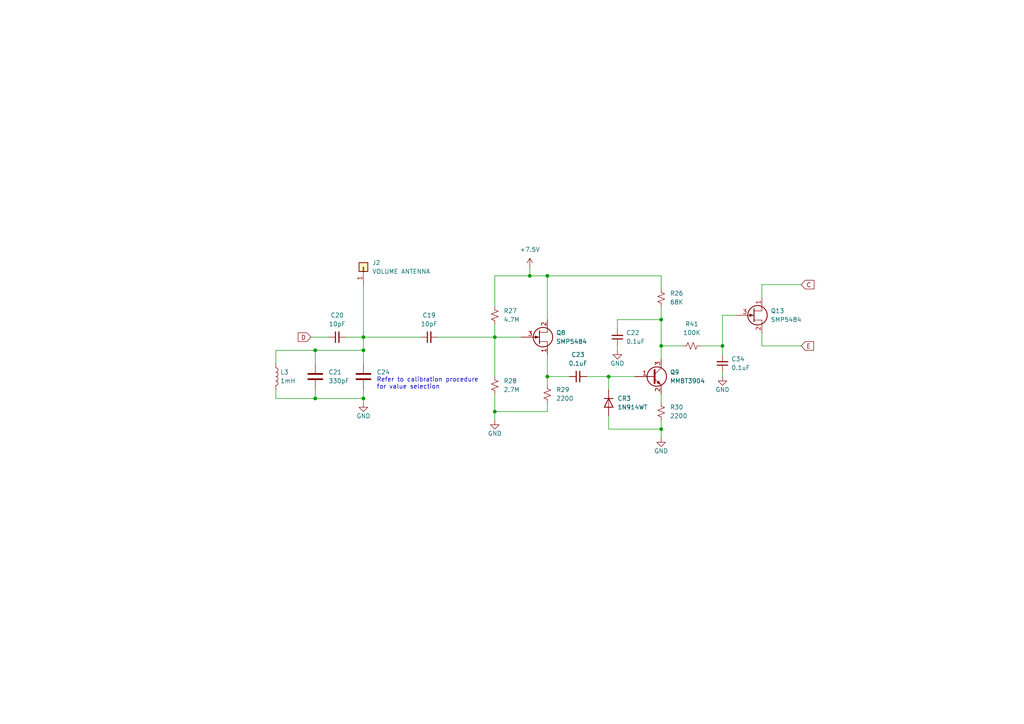
<source format=kicad_sch>
(kicad_sch (version 20211123) (generator eeschema)

  (uuid 9110bc1a-aad0-4878-bdaf-c818670c7ab1)

  (paper "A4")

  (lib_symbols
    (symbol "Connector_Generic:Conn_01x01" (pin_names (offset 1.016) hide) (in_bom yes) (on_board yes)
      (property "Reference" "J" (id 0) (at 0 2.54 0)
        (effects (font (size 1.27 1.27)))
      )
      (property "Value" "Conn_01x01" (id 1) (at 0 -2.54 0)
        (effects (font (size 1.27 1.27)))
      )
      (property "Footprint" "" (id 2) (at 0 0 0)
        (effects (font (size 1.27 1.27)) hide)
      )
      (property "Datasheet" "~" (id 3) (at 0 0 0)
        (effects (font (size 1.27 1.27)) hide)
      )
      (property "ki_keywords" "connector" (id 4) (at 0 0 0)
        (effects (font (size 1.27 1.27)) hide)
      )
      (property "ki_description" "Generic connector, single row, 01x01, script generated (kicad-library-utils/schlib/autogen/connector/)" (id 5) (at 0 0 0)
        (effects (font (size 1.27 1.27)) hide)
      )
      (property "ki_fp_filters" "Connector*:*_1x??_*" (id 6) (at 0 0 0)
        (effects (font (size 1.27 1.27)) hide)
      )
      (symbol "Conn_01x01_1_1"
        (rectangle (start -1.27 0.127) (end 0 -0.127)
          (stroke (width 0.1524) (type default) (color 0 0 0 0))
          (fill (type none))
        )
        (rectangle (start -1.27 1.27) (end 1.27 -1.27)
          (stroke (width 0.254) (type default) (color 0 0 0 0))
          (fill (type background))
        )
        (pin passive line (at -5.08 0 0) (length 3.81)
          (name "Pin_1" (effects (font (size 1.27 1.27))))
          (number "1" (effects (font (size 1.27 1.27))))
        )
      )
    )
    (symbol "Device:C" (pin_numbers hide) (pin_names (offset 0.254)) (in_bom yes) (on_board yes)
      (property "Reference" "C" (id 0) (at 0.635 2.54 0)
        (effects (font (size 1.27 1.27)) (justify left))
      )
      (property "Value" "C" (id 1) (at 0.635 -2.54 0)
        (effects (font (size 1.27 1.27)) (justify left))
      )
      (property "Footprint" "" (id 2) (at 0.9652 -3.81 0)
        (effects (font (size 1.27 1.27)) hide)
      )
      (property "Datasheet" "~" (id 3) (at 0 0 0)
        (effects (font (size 1.27 1.27)) hide)
      )
      (property "ki_keywords" "cap capacitor" (id 4) (at 0 0 0)
        (effects (font (size 1.27 1.27)) hide)
      )
      (property "ki_description" "Unpolarized capacitor" (id 5) (at 0 0 0)
        (effects (font (size 1.27 1.27)) hide)
      )
      (property "ki_fp_filters" "C_*" (id 6) (at 0 0 0)
        (effects (font (size 1.27 1.27)) hide)
      )
      (symbol "C_0_1"
        (polyline
          (pts
            (xy -2.032 -0.762)
            (xy 2.032 -0.762)
          )
          (stroke (width 0.508) (type default) (color 0 0 0 0))
          (fill (type none))
        )
        (polyline
          (pts
            (xy -2.032 0.762)
            (xy 2.032 0.762)
          )
          (stroke (width 0.508) (type default) (color 0 0 0 0))
          (fill (type none))
        )
      )
      (symbol "C_1_1"
        (pin passive line (at 0 3.81 270) (length 2.794)
          (name "~" (effects (font (size 1.27 1.27))))
          (number "1" (effects (font (size 1.27 1.27))))
        )
        (pin passive line (at 0 -3.81 90) (length 2.794)
          (name "~" (effects (font (size 1.27 1.27))))
          (number "2" (effects (font (size 1.27 1.27))))
        )
      )
    )
    (symbol "Device:C_Small" (pin_numbers hide) (pin_names (offset 0.254) hide) (in_bom yes) (on_board yes)
      (property "Reference" "C" (id 0) (at 0.254 1.778 0)
        (effects (font (size 1.27 1.27)) (justify left))
      )
      (property "Value" "C_Small" (id 1) (at 0.254 -2.032 0)
        (effects (font (size 1.27 1.27)) (justify left))
      )
      (property "Footprint" "" (id 2) (at 0 0 0)
        (effects (font (size 1.27 1.27)) hide)
      )
      (property "Datasheet" "~" (id 3) (at 0 0 0)
        (effects (font (size 1.27 1.27)) hide)
      )
      (property "ki_keywords" "capacitor cap" (id 4) (at 0 0 0)
        (effects (font (size 1.27 1.27)) hide)
      )
      (property "ki_description" "Unpolarized capacitor, small symbol" (id 5) (at 0 0 0)
        (effects (font (size 1.27 1.27)) hide)
      )
      (property "ki_fp_filters" "C_*" (id 6) (at 0 0 0)
        (effects (font (size 1.27 1.27)) hide)
      )
      (symbol "C_Small_0_1"
        (polyline
          (pts
            (xy -1.524 -0.508)
            (xy 1.524 -0.508)
          )
          (stroke (width 0.3302) (type default) (color 0 0 0 0))
          (fill (type none))
        )
        (polyline
          (pts
            (xy -1.524 0.508)
            (xy 1.524 0.508)
          )
          (stroke (width 0.3048) (type default) (color 0 0 0 0))
          (fill (type none))
        )
      )
      (symbol "C_Small_1_1"
        (pin passive line (at 0 2.54 270) (length 2.032)
          (name "~" (effects (font (size 1.27 1.27))))
          (number "1" (effects (font (size 1.27 1.27))))
        )
        (pin passive line (at 0 -2.54 90) (length 2.032)
          (name "~" (effects (font (size 1.27 1.27))))
          (number "2" (effects (font (size 1.27 1.27))))
        )
      )
    )
    (symbol "Device:L" (pin_numbers hide) (pin_names (offset 1.016) hide) (in_bom yes) (on_board yes)
      (property "Reference" "L" (id 0) (at -1.27 0 90)
        (effects (font (size 1.27 1.27)))
      )
      (property "Value" "L" (id 1) (at 1.905 0 90)
        (effects (font (size 1.27 1.27)))
      )
      (property "Footprint" "" (id 2) (at 0 0 0)
        (effects (font (size 1.27 1.27)) hide)
      )
      (property "Datasheet" "~" (id 3) (at 0 0 0)
        (effects (font (size 1.27 1.27)) hide)
      )
      (property "ki_keywords" "inductor choke coil reactor magnetic" (id 4) (at 0 0 0)
        (effects (font (size 1.27 1.27)) hide)
      )
      (property "ki_description" "Inductor" (id 5) (at 0 0 0)
        (effects (font (size 1.27 1.27)) hide)
      )
      (property "ki_fp_filters" "Choke_* *Coil* Inductor_* L_*" (id 6) (at 0 0 0)
        (effects (font (size 1.27 1.27)) hide)
      )
      (symbol "L_0_1"
        (arc (start 0 -2.54) (mid 0.635 -1.905) (end 0 -1.27)
          (stroke (width 0) (type default) (color 0 0 0 0))
          (fill (type none))
        )
        (arc (start 0 -1.27) (mid 0.635 -0.635) (end 0 0)
          (stroke (width 0) (type default) (color 0 0 0 0))
          (fill (type none))
        )
        (arc (start 0 0) (mid 0.635 0.635) (end 0 1.27)
          (stroke (width 0) (type default) (color 0 0 0 0))
          (fill (type none))
        )
        (arc (start 0 1.27) (mid 0.635 1.905) (end 0 2.54)
          (stroke (width 0) (type default) (color 0 0 0 0))
          (fill (type none))
        )
      )
      (symbol "L_1_1"
        (pin passive line (at 0 3.81 270) (length 1.27)
          (name "1" (effects (font (size 1.27 1.27))))
          (number "1" (effects (font (size 1.27 1.27))))
        )
        (pin passive line (at 0 -3.81 90) (length 1.27)
          (name "2" (effects (font (size 1.27 1.27))))
          (number "2" (effects (font (size 1.27 1.27))))
        )
      )
    )
    (symbol "Device:Q_NJFET_SDG" (pin_names (offset 0) hide) (in_bom yes) (on_board yes)
      (property "Reference" "Q" (id 0) (at 5.08 1.27 0)
        (effects (font (size 1.27 1.27)) (justify left))
      )
      (property "Value" "Q_NJFET_SDG" (id 1) (at 5.08 -1.27 0)
        (effects (font (size 1.27 1.27)) (justify left))
      )
      (property "Footprint" "" (id 2) (at 5.08 2.54 0)
        (effects (font (size 1.27 1.27)) hide)
      )
      (property "Datasheet" "~" (id 3) (at 0 0 0)
        (effects (font (size 1.27 1.27)) hide)
      )
      (property "ki_keywords" "transistor NJFET N-JFET" (id 4) (at 0 0 0)
        (effects (font (size 1.27 1.27)) hide)
      )
      (property "ki_description" "N-JFET transistor, source/drain/gate" (id 5) (at 0 0 0)
        (effects (font (size 1.27 1.27)) hide)
      )
      (symbol "Q_NJFET_SDG_0_1"
        (polyline
          (pts
            (xy 0.254 1.905)
            (xy 0.254 -1.905)
            (xy 0.254 -1.905)
          )
          (stroke (width 0.254) (type default) (color 0 0 0 0))
          (fill (type none))
        )
        (polyline
          (pts
            (xy 2.54 -2.54)
            (xy 2.54 -1.27)
            (xy 0.254 -1.27)
          )
          (stroke (width 0) (type default) (color 0 0 0 0))
          (fill (type none))
        )
        (polyline
          (pts
            (xy 2.54 2.54)
            (xy 2.54 1.397)
            (xy 0.254 1.397)
          )
          (stroke (width 0) (type default) (color 0 0 0 0))
          (fill (type none))
        )
        (polyline
          (pts
            (xy 0 0)
            (xy -1.016 0.381)
            (xy -1.016 -0.381)
            (xy 0 0)
          )
          (stroke (width 0) (type default) (color 0 0 0 0))
          (fill (type outline))
        )
        (circle (center 1.27 0) (radius 2.8194)
          (stroke (width 0.254) (type default) (color 0 0 0 0))
          (fill (type none))
        )
      )
      (symbol "Q_NJFET_SDG_1_1"
        (pin passive line (at 2.54 -5.08 90) (length 2.54)
          (name "S" (effects (font (size 1.27 1.27))))
          (number "1" (effects (font (size 1.27 1.27))))
        )
        (pin passive line (at 2.54 5.08 270) (length 2.54)
          (name "D" (effects (font (size 1.27 1.27))))
          (number "2" (effects (font (size 1.27 1.27))))
        )
        (pin input line (at -5.08 0 0) (length 5.334)
          (name "G" (effects (font (size 1.27 1.27))))
          (number "3" (effects (font (size 1.27 1.27))))
        )
      )
    )
    (symbol "Device:R_Small_US" (pin_numbers hide) (pin_names (offset 0.254) hide) (in_bom yes) (on_board yes)
      (property "Reference" "R" (id 0) (at 0.762 0.508 0)
        (effects (font (size 1.27 1.27)) (justify left))
      )
      (property "Value" "R_Small_US" (id 1) (at 0.762 -1.016 0)
        (effects (font (size 1.27 1.27)) (justify left))
      )
      (property "Footprint" "" (id 2) (at 0 0 0)
        (effects (font (size 1.27 1.27)) hide)
      )
      (property "Datasheet" "~" (id 3) (at 0 0 0)
        (effects (font (size 1.27 1.27)) hide)
      )
      (property "ki_keywords" "r resistor" (id 4) (at 0 0 0)
        (effects (font (size 1.27 1.27)) hide)
      )
      (property "ki_description" "Resistor, small US symbol" (id 5) (at 0 0 0)
        (effects (font (size 1.27 1.27)) hide)
      )
      (property "ki_fp_filters" "R_*" (id 6) (at 0 0 0)
        (effects (font (size 1.27 1.27)) hide)
      )
      (symbol "R_Small_US_1_1"
        (polyline
          (pts
            (xy 0 0)
            (xy 1.016 -0.381)
            (xy 0 -0.762)
            (xy -1.016 -1.143)
            (xy 0 -1.524)
          )
          (stroke (width 0) (type default) (color 0 0 0 0))
          (fill (type none))
        )
        (polyline
          (pts
            (xy 0 1.524)
            (xy 1.016 1.143)
            (xy 0 0.762)
            (xy -1.016 0.381)
            (xy 0 0)
          )
          (stroke (width 0) (type default) (color 0 0 0 0))
          (fill (type none))
        )
        (pin passive line (at 0 2.54 270) (length 1.016)
          (name "~" (effects (font (size 1.27 1.27))))
          (number "1" (effects (font (size 1.27 1.27))))
        )
        (pin passive line (at 0 -2.54 90) (length 1.016)
          (name "~" (effects (font (size 1.27 1.27))))
          (number "2" (effects (font (size 1.27 1.27))))
        )
      )
    )
    (symbol "Diode:1N914WT" (pin_numbers hide) (pin_names hide) (in_bom yes) (on_board yes)
      (property "Reference" "D" (id 0) (at 0 2.54 0)
        (effects (font (size 1.27 1.27)))
      )
      (property "Value" "1N914WT" (id 1) (at 0 -2.54 0)
        (effects (font (size 1.27 1.27)))
      )
      (property "Footprint" "Diode_SMD:D_SOD-523" (id 2) (at 0 -4.445 0)
        (effects (font (size 1.27 1.27)) hide)
      )
      (property "Datasheet" "http://www.mouser.com/ds/2/149/1N4148WT-461550.pdf" (id 3) (at 0 0 0)
        (effects (font (size 1.27 1.27)) hide)
      )
      (property "ki_keywords" "diode" (id 4) (at 0 0 0)
        (effects (font (size 1.27 1.27)) hide)
      )
      (property "ki_description" "75V 0.15A Fast switching Diode, SOD-523" (id 5) (at 0 0 0)
        (effects (font (size 1.27 1.27)) hide)
      )
      (property "ki_fp_filters" "D*SOD?523*" (id 6) (at 0 0 0)
        (effects (font (size 1.27 1.27)) hide)
      )
      (symbol "1N914WT_0_1"
        (polyline
          (pts
            (xy -1.27 1.27)
            (xy -1.27 -1.27)
          )
          (stroke (width 0.254) (type default) (color 0 0 0 0))
          (fill (type none))
        )
        (polyline
          (pts
            (xy 1.27 0)
            (xy -1.27 0)
          )
          (stroke (width 0) (type default) (color 0 0 0 0))
          (fill (type none))
        )
        (polyline
          (pts
            (xy 1.27 1.27)
            (xy 1.27 -1.27)
            (xy -1.27 0)
            (xy 1.27 1.27)
          )
          (stroke (width 0.254) (type default) (color 0 0 0 0))
          (fill (type none))
        )
      )
      (symbol "1N914WT_1_1"
        (pin passive line (at -3.81 0 0) (length 2.54)
          (name "K" (effects (font (size 1.27 1.27))))
          (number "1" (effects (font (size 1.27 1.27))))
        )
        (pin passive line (at 3.81 0 180) (length 2.54)
          (name "A" (effects (font (size 1.27 1.27))))
          (number "2" (effects (font (size 1.27 1.27))))
        )
      )
    )
    (symbol "Transistor_BJT:MMBT3904" (pin_names (offset 0) hide) (in_bom yes) (on_board yes)
      (property "Reference" "Q" (id 0) (at 5.08 1.905 0)
        (effects (font (size 1.27 1.27)) (justify left))
      )
      (property "Value" "MMBT3904" (id 1) (at 5.08 0 0)
        (effects (font (size 1.27 1.27)) (justify left))
      )
      (property "Footprint" "Package_TO_SOT_SMD:SOT-23" (id 2) (at 5.08 -1.905 0)
        (effects (font (size 1.27 1.27) italic) (justify left) hide)
      )
      (property "Datasheet" "https://www.onsemi.com/pub/Collateral/2N3903-D.PDF" (id 3) (at 0 0 0)
        (effects (font (size 1.27 1.27)) (justify left) hide)
      )
      (property "ki_keywords" "NPN Transistor" (id 4) (at 0 0 0)
        (effects (font (size 1.27 1.27)) hide)
      )
      (property "ki_description" "0.2A Ic, 40V Vce, Small Signal NPN Transistor, SOT-23" (id 5) (at 0 0 0)
        (effects (font (size 1.27 1.27)) hide)
      )
      (property "ki_fp_filters" "SOT?23*" (id 6) (at 0 0 0)
        (effects (font (size 1.27 1.27)) hide)
      )
      (symbol "MMBT3904_0_1"
        (polyline
          (pts
            (xy 0.635 0.635)
            (xy 2.54 2.54)
          )
          (stroke (width 0) (type default) (color 0 0 0 0))
          (fill (type none))
        )
        (polyline
          (pts
            (xy 0.635 -0.635)
            (xy 2.54 -2.54)
            (xy 2.54 -2.54)
          )
          (stroke (width 0) (type default) (color 0 0 0 0))
          (fill (type none))
        )
        (polyline
          (pts
            (xy 0.635 1.905)
            (xy 0.635 -1.905)
            (xy 0.635 -1.905)
          )
          (stroke (width 0.508) (type default) (color 0 0 0 0))
          (fill (type none))
        )
        (polyline
          (pts
            (xy 1.27 -1.778)
            (xy 1.778 -1.27)
            (xy 2.286 -2.286)
            (xy 1.27 -1.778)
            (xy 1.27 -1.778)
          )
          (stroke (width 0) (type default) (color 0 0 0 0))
          (fill (type outline))
        )
        (circle (center 1.27 0) (radius 2.8194)
          (stroke (width 0.254) (type default) (color 0 0 0 0))
          (fill (type none))
        )
      )
      (symbol "MMBT3904_1_1"
        (pin input line (at -5.08 0 0) (length 5.715)
          (name "B" (effects (font (size 1.27 1.27))))
          (number "1" (effects (font (size 1.27 1.27))))
        )
        (pin passive line (at 2.54 -5.08 90) (length 2.54)
          (name "E" (effects (font (size 1.27 1.27))))
          (number "2" (effects (font (size 1.27 1.27))))
        )
        (pin passive line (at 2.54 5.08 270) (length 2.54)
          (name "C" (effects (font (size 1.27 1.27))))
          (number "3" (effects (font (size 1.27 1.27))))
        )
      )
    )
    (symbol "power:+7.5V" (power) (pin_names (offset 0)) (in_bom yes) (on_board yes)
      (property "Reference" "#PWR" (id 0) (at 0 -3.81 0)
        (effects (font (size 1.27 1.27)) hide)
      )
      (property "Value" "+7.5V" (id 1) (at 0 3.556 0)
        (effects (font (size 1.27 1.27)))
      )
      (property "Footprint" "" (id 2) (at 0 0 0)
        (effects (font (size 1.27 1.27)) hide)
      )
      (property "Datasheet" "" (id 3) (at 0 0 0)
        (effects (font (size 1.27 1.27)) hide)
      )
      (property "ki_keywords" "power-flag" (id 4) (at 0 0 0)
        (effects (font (size 1.27 1.27)) hide)
      )
      (property "ki_description" "Power symbol creates a global label with name \"+7.5V\"" (id 5) (at 0 0 0)
        (effects (font (size 1.27 1.27)) hide)
      )
      (symbol "+7.5V_0_1"
        (polyline
          (pts
            (xy -0.762 1.27)
            (xy 0 2.54)
          )
          (stroke (width 0) (type default) (color 0 0 0 0))
          (fill (type none))
        )
        (polyline
          (pts
            (xy 0 0)
            (xy 0 2.54)
          )
          (stroke (width 0) (type default) (color 0 0 0 0))
          (fill (type none))
        )
        (polyline
          (pts
            (xy 0 2.54)
            (xy 0.762 1.27)
          )
          (stroke (width 0) (type default) (color 0 0 0 0))
          (fill (type none))
        )
      )
      (symbol "+7.5V_1_1"
        (pin power_in line (at 0 0 90) (length 0) hide
          (name "+7.5V" (effects (font (size 1.27 1.27))))
          (number "1" (effects (font (size 1.27 1.27))))
        )
      )
    )
    (symbol "power:GND" (power) (pin_names (offset 0)) (in_bom yes) (on_board yes)
      (property "Reference" "#PWR" (id 0) (at 0 -6.35 0)
        (effects (font (size 1.27 1.27)) hide)
      )
      (property "Value" "GND" (id 1) (at 0 -3.81 0)
        (effects (font (size 1.27 1.27)))
      )
      (property "Footprint" "" (id 2) (at 0 0 0)
        (effects (font (size 1.27 1.27)) hide)
      )
      (property "Datasheet" "" (id 3) (at 0 0 0)
        (effects (font (size 1.27 1.27)) hide)
      )
      (property "ki_keywords" "power-flag" (id 4) (at 0 0 0)
        (effects (font (size 1.27 1.27)) hide)
      )
      (property "ki_description" "Power symbol creates a global label with name \"GND\" , ground" (id 5) (at 0 0 0)
        (effects (font (size 1.27 1.27)) hide)
      )
      (symbol "GND_0_1"
        (polyline
          (pts
            (xy 0 0)
            (xy 0 -1.27)
            (xy 1.27 -1.27)
            (xy 0 -2.54)
            (xy -1.27 -1.27)
            (xy 0 -1.27)
          )
          (stroke (width 0) (type default) (color 0 0 0 0))
          (fill (type none))
        )
      )
      (symbol "GND_1_1"
        (pin power_in line (at 0 0 270) (length 0) hide
          (name "GND" (effects (font (size 1.27 1.27))))
          (number "1" (effects (font (size 1.27 1.27))))
        )
      )
    )
  )

  (junction (at 143.51 119.38) (diameter 0) (color 0 0 0 0)
    (uuid 1389fe80-ba3c-43a7-95ce-a42ce1d87ec8)
  )
  (junction (at 143.51 97.79) (diameter 0) (color 0 0 0 0)
    (uuid 1ce410b0-95ea-457a-bfe9-2c348fa7cf1d)
  )
  (junction (at 158.75 109.22) (diameter 0) (color 0 0 0 0)
    (uuid 667171e6-4afc-43b0-a285-a5969a51e912)
  )
  (junction (at 158.75 80.01) (diameter 0) (color 0 0 0 0)
    (uuid 6cb56f40-57bc-4e60-b874-ebf30b424cd5)
  )
  (junction (at 209.55 100.33) (diameter 0) (color 0 0 0 0)
    (uuid 792f0566-488c-4440-91e2-298731ce7e64)
  )
  (junction (at 91.44 115.57) (diameter 0) (color 0 0 0 0)
    (uuid 8478c485-ce61-4f33-a35e-cabe50a2d89d)
  )
  (junction (at 105.41 115.57) (diameter 0) (color 0 0 0 0)
    (uuid a1ce3031-c6ee-4643-a48d-704b124b2c15)
  )
  (junction (at 153.67 80.01) (diameter 0) (color 0 0 0 0)
    (uuid b42746d0-c77c-4c05-810f-223c8daee522)
  )
  (junction (at 105.41 101.6) (diameter 0) (color 0 0 0 0)
    (uuid b6e2e59e-5651-46f5-9077-c401d8d0bef9)
  )
  (junction (at 191.77 124.46) (diameter 0) (color 0 0 0 0)
    (uuid bbe0bad4-0956-4e84-817e-4f8ee5f57ddd)
  )
  (junction (at 91.44 101.6) (diameter 0) (color 0 0 0 0)
    (uuid bce7d3d4-62bc-4e4f-a640-ce7d45001d7a)
  )
  (junction (at 191.77 100.33) (diameter 0) (color 0 0 0 0)
    (uuid bd6248e8-fef7-4c0b-8f89-924bab92dc3c)
  )
  (junction (at 176.53 109.22) (diameter 0) (color 0 0 0 0)
    (uuid ed0d7ade-c283-4b69-a394-85daba5a9722)
  )
  (junction (at 191.77 92.71) (diameter 0) (color 0 0 0 0)
    (uuid f2c99f38-be0c-40aa-a2f3-ddc839e92a1a)
  )
  (junction (at 105.41 97.79) (diameter 0) (color 0 0 0 0)
    (uuid fe18c94c-e74c-4a59-8d0d-d42879ec82eb)
  )

  (wire (pts (xy 158.75 80.01) (xy 158.75 92.71))
    (stroke (width 0) (type default) (color 0 0 0 0))
    (uuid 03958d3d-cc9c-4175-a36d-5b794da7f08d)
  )
  (wire (pts (xy 191.77 114.3) (xy 191.77 116.84))
    (stroke (width 0) (type default) (color 0 0 0 0))
    (uuid 081efa14-baca-4b1c-a711-caef55135766)
  )
  (wire (pts (xy 80.01 101.6) (xy 91.44 101.6))
    (stroke (width 0) (type default) (color 0 0 0 0))
    (uuid 0d0d55a9-ae2a-4782-a03d-f359eebd258f)
  )
  (wire (pts (xy 143.51 88.9) (xy 143.51 80.01))
    (stroke (width 0) (type default) (color 0 0 0 0))
    (uuid 0d2e2f60-ce7d-4b58-b276-50f5d4bcab45)
  )
  (wire (pts (xy 179.07 95.25) (xy 179.07 92.71))
    (stroke (width 0) (type default) (color 0 0 0 0))
    (uuid 0daac259-36d3-475f-9295-a447b511a4bd)
  )
  (wire (pts (xy 158.75 109.22) (xy 165.1 109.22))
    (stroke (width 0) (type default) (color 0 0 0 0))
    (uuid 18d28465-5e67-4859-9b8f-40c1d950f424)
  )
  (wire (pts (xy 176.53 109.22) (xy 170.18 109.22))
    (stroke (width 0) (type default) (color 0 0 0 0))
    (uuid 1bdb9d14-eb29-43a7-8ac9-45e6cb1d48f2)
  )
  (wire (pts (xy 220.98 86.36) (xy 220.98 82.55))
    (stroke (width 0) (type default) (color 0 0 0 0))
    (uuid 1da63884-4122-4d44-a1cb-ab794e6c3485)
  )
  (wire (pts (xy 80.01 105.41) (xy 80.01 101.6))
    (stroke (width 0) (type default) (color 0 0 0 0))
    (uuid 29735aba-b51c-41e1-8ab0-a1ed40dd5922)
  )
  (wire (pts (xy 100.33 97.79) (xy 105.41 97.79))
    (stroke (width 0) (type default) (color 0 0 0 0))
    (uuid 2ef69ddc-7878-4b7d-8cb6-b9b42c824413)
  )
  (wire (pts (xy 80.01 115.57) (xy 91.44 115.57))
    (stroke (width 0) (type default) (color 0 0 0 0))
    (uuid 2f21e11d-7817-4ba4-8264-bdd5784d436f)
  )
  (wire (pts (xy 198.12 100.33) (xy 191.77 100.33))
    (stroke (width 0) (type default) (color 0 0 0 0))
    (uuid 37f8d1d7-0582-481d-8f59-3d128f952d28)
  )
  (wire (pts (xy 209.55 102.87) (xy 209.55 100.33))
    (stroke (width 0) (type default) (color 0 0 0 0))
    (uuid 3c838956-e4f7-4a35-810f-ff2fb6c9236d)
  )
  (wire (pts (xy 220.98 100.33) (xy 232.41 100.33))
    (stroke (width 0) (type default) (color 0 0 0 0))
    (uuid 433af907-ff8e-4983-a551-51a1fe5e5a44)
  )
  (wire (pts (xy 105.41 116.84) (xy 105.41 115.57))
    (stroke (width 0) (type default) (color 0 0 0 0))
    (uuid 4c811d93-6be7-4206-8d03-b3503c8f4417)
  )
  (wire (pts (xy 105.41 82.55) (xy 105.41 97.79))
    (stroke (width 0) (type default) (color 0 0 0 0))
    (uuid 5023ab9b-ef77-4646-95d0-9c90dfba129e)
  )
  (wire (pts (xy 158.75 116.84) (xy 158.75 119.38))
    (stroke (width 0) (type default) (color 0 0 0 0))
    (uuid 50e9d6d0-0c43-4b21-88fa-68e1068869cb)
  )
  (wire (pts (xy 176.53 120.65) (xy 176.53 124.46))
    (stroke (width 0) (type default) (color 0 0 0 0))
    (uuid 5298cb36-46d3-41a9-8842-3ce7bef88897)
  )
  (wire (pts (xy 176.53 109.22) (xy 184.15 109.22))
    (stroke (width 0) (type default) (color 0 0 0 0))
    (uuid 5804441f-f258-4a3b-907a-6db83c622ec2)
  )
  (wire (pts (xy 191.77 83.82) (xy 191.77 80.01))
    (stroke (width 0) (type default) (color 0 0 0 0))
    (uuid 5a002048-e004-4b98-b310-c4f25904d046)
  )
  (wire (pts (xy 105.41 101.6) (xy 105.41 105.41))
    (stroke (width 0) (type default) (color 0 0 0 0))
    (uuid 5d24954b-e667-4f67-82d5-ab4590149bac)
  )
  (wire (pts (xy 191.77 92.71) (xy 191.77 100.33))
    (stroke (width 0) (type default) (color 0 0 0 0))
    (uuid 5f50ee6e-4289-4902-ac03-b695ba22a7dd)
  )
  (wire (pts (xy 179.07 100.33) (xy 179.07 101.6))
    (stroke (width 0) (type default) (color 0 0 0 0))
    (uuid 62f07b26-01df-455f-a2f5-ca0992e04860)
  )
  (wire (pts (xy 191.77 121.92) (xy 191.77 124.46))
    (stroke (width 0) (type default) (color 0 0 0 0))
    (uuid 6ccc4def-bc73-4d2d-a4a8-76592a7496c4)
  )
  (wire (pts (xy 176.53 113.03) (xy 176.53 109.22))
    (stroke (width 0) (type default) (color 0 0 0 0))
    (uuid 7687189b-8364-4480-a522-2920cc77140a)
  )
  (wire (pts (xy 191.77 124.46) (xy 191.77 127))
    (stroke (width 0) (type default) (color 0 0 0 0))
    (uuid 84ef980f-ddba-4a8b-a5ca-dd5f587a7f29)
  )
  (wire (pts (xy 158.75 109.22) (xy 158.75 111.76))
    (stroke (width 0) (type default) (color 0 0 0 0))
    (uuid 86b446bf-5bdc-44e7-82ee-7f18cda73de7)
  )
  (wire (pts (xy 158.75 119.38) (xy 143.51 119.38))
    (stroke (width 0) (type default) (color 0 0 0 0))
    (uuid 89e8c63b-76f5-4cc1-96a5-9e13df9a0ac4)
  )
  (wire (pts (xy 80.01 115.57) (xy 80.01 113.03))
    (stroke (width 0) (type default) (color 0 0 0 0))
    (uuid 8a2954dc-9290-4e0f-af05-94cab1ed5215)
  )
  (wire (pts (xy 143.51 97.79) (xy 143.51 109.22))
    (stroke (width 0) (type default) (color 0 0 0 0))
    (uuid 90874b9d-40e3-4662-b061-1cc3da1cc3f0)
  )
  (wire (pts (xy 105.41 97.79) (xy 105.41 101.6))
    (stroke (width 0) (type default) (color 0 0 0 0))
    (uuid 90f3aa55-cdfa-4a1f-b4b3-73bad757b983)
  )
  (wire (pts (xy 191.77 88.9) (xy 191.77 92.71))
    (stroke (width 0) (type default) (color 0 0 0 0))
    (uuid 9d23f7b0-b9f6-48e0-b4a0-f095c2c91616)
  )
  (wire (pts (xy 179.07 92.71) (xy 191.77 92.71))
    (stroke (width 0) (type default) (color 0 0 0 0))
    (uuid a072f270-ba17-414e-99c9-f1cd8f9e36ce)
  )
  (wire (pts (xy 220.98 82.55) (xy 232.41 82.55))
    (stroke (width 0) (type default) (color 0 0 0 0))
    (uuid a1c5d07b-36a1-4f67-8cc8-48776aef2e52)
  )
  (wire (pts (xy 158.75 102.87) (xy 158.75 109.22))
    (stroke (width 0) (type default) (color 0 0 0 0))
    (uuid a3b54948-e8e6-4cad-be42-b8f2755d8241)
  )
  (wire (pts (xy 209.55 91.44) (xy 213.36 91.44))
    (stroke (width 0) (type default) (color 0 0 0 0))
    (uuid a73f09b7-89de-4d5d-8def-4990f0475634)
  )
  (wire (pts (xy 127 97.79) (xy 143.51 97.79))
    (stroke (width 0) (type default) (color 0 0 0 0))
    (uuid a7a19799-ff1b-419b-92bd-1a6b69ecd65e)
  )
  (wire (pts (xy 143.51 97.79) (xy 151.13 97.79))
    (stroke (width 0) (type default) (color 0 0 0 0))
    (uuid b0459584-d5be-43b6-a23f-dfc32d44cb9c)
  )
  (wire (pts (xy 153.67 80.01) (xy 158.75 80.01))
    (stroke (width 0) (type default) (color 0 0 0 0))
    (uuid b07abd31-7492-4ef5-9a22-abc61ca6b629)
  )
  (wire (pts (xy 143.51 80.01) (xy 153.67 80.01))
    (stroke (width 0) (type default) (color 0 0 0 0))
    (uuid b1892ffc-6a28-4f6e-9ac3-ea812a8c29a8)
  )
  (wire (pts (xy 153.67 77.47) (xy 153.67 80.01))
    (stroke (width 0) (type default) (color 0 0 0 0))
    (uuid b6470f8b-9838-48a0-a0a7-f3bdf39a414b)
  )
  (wire (pts (xy 91.44 113.03) (xy 91.44 115.57))
    (stroke (width 0) (type default) (color 0 0 0 0))
    (uuid b6594a70-d163-491c-8970-f1db52058863)
  )
  (wire (pts (xy 91.44 101.6) (xy 105.41 101.6))
    (stroke (width 0) (type default) (color 0 0 0 0))
    (uuid b7794f78-a9c1-4f85-b594-81c3116740f3)
  )
  (wire (pts (xy 105.41 97.79) (xy 121.92 97.79))
    (stroke (width 0) (type default) (color 0 0 0 0))
    (uuid b78d95f9-5fd5-4adb-80b6-af377bfc3cf6)
  )
  (wire (pts (xy 90.17 97.79) (xy 95.25 97.79))
    (stroke (width 0) (type default) (color 0 0 0 0))
    (uuid b8b6ff43-d38f-425d-92b8-754ba1470748)
  )
  (wire (pts (xy 191.77 80.01) (xy 158.75 80.01))
    (stroke (width 0) (type default) (color 0 0 0 0))
    (uuid c9fb0f8e-2b55-4081-9875-0bcd42f50904)
  )
  (wire (pts (xy 105.41 113.03) (xy 105.41 115.57))
    (stroke (width 0) (type default) (color 0 0 0 0))
    (uuid cb276288-a5f8-468b-9d9d-5dae9ab1b1c0)
  )
  (wire (pts (xy 143.51 97.79) (xy 143.51 93.98))
    (stroke (width 0) (type default) (color 0 0 0 0))
    (uuid d0aed297-1050-4071-89a7-0b83b109cf01)
  )
  (wire (pts (xy 176.53 124.46) (xy 191.77 124.46))
    (stroke (width 0) (type default) (color 0 0 0 0))
    (uuid d51b0ae6-eb24-4549-9a5b-4b544a46502f)
  )
  (wire (pts (xy 209.55 100.33) (xy 209.55 91.44))
    (stroke (width 0) (type default) (color 0 0 0 0))
    (uuid dff05546-4190-47e8-b523-7b57c290ebe0)
  )
  (wire (pts (xy 209.55 107.95) (xy 209.55 109.22))
    (stroke (width 0) (type default) (color 0 0 0 0))
    (uuid e32f65ff-7a77-4c66-8582-aee61ad4eac4)
  )
  (wire (pts (xy 91.44 115.57) (xy 105.41 115.57))
    (stroke (width 0) (type default) (color 0 0 0 0))
    (uuid e645a3db-3bb1-4f46-963c-b269484f8c3e)
  )
  (wire (pts (xy 203.2 100.33) (xy 209.55 100.33))
    (stroke (width 0) (type default) (color 0 0 0 0))
    (uuid ed28f6ef-6e12-487a-93d8-81ee5cb0cd85)
  )
  (wire (pts (xy 220.98 96.52) (xy 220.98 100.33))
    (stroke (width 0) (type default) (color 0 0 0 0))
    (uuid eea7ce70-02cf-4ef2-9794-eaa10a021afa)
  )
  (wire (pts (xy 143.51 114.3) (xy 143.51 119.38))
    (stroke (width 0) (type default) (color 0 0 0 0))
    (uuid f111df0b-ff88-4459-bbe7-de29b2e6c735)
  )
  (wire (pts (xy 191.77 100.33) (xy 191.77 104.14))
    (stroke (width 0) (type default) (color 0 0 0 0))
    (uuid f16e960a-694f-4453-90ac-463209a6b523)
  )
  (wire (pts (xy 91.44 105.41) (xy 91.44 101.6))
    (stroke (width 0) (type default) (color 0 0 0 0))
    (uuid f6256c21-cc30-4f29-b45c-8cf8f94f1753)
  )
  (wire (pts (xy 143.51 119.38) (xy 143.51 121.92))
    (stroke (width 0) (type default) (color 0 0 0 0))
    (uuid fa9e07e5-1556-46b9-b84c-ba08b5b08572)
  )

  (text "Refer to calibration procedure\nfor value selection"
    (at 109.22 113.03 0)
    (effects (font (size 1.27 1.27)) (justify left bottom))
    (uuid a085686c-3785-435c-aead-8cb8a26318b6)
  )

  (global_label "D" (shape input) (at 90.17 97.79 180) (fields_autoplaced)
    (effects (font (size 1.27 1.27)) (justify right))
    (uuid 9723653f-d037-4fc7-a506-a73ece7d2a29)
    (property "Intersheet References" "${INTERSHEET_REFS}" (id 0) (at 86.4869 97.7106 0)
      (effects (font (size 1.27 1.27)) (justify right) hide)
    )
  )
  (global_label "C" (shape input) (at 232.41 82.55 0) (fields_autoplaced)
    (effects (font (size 1.27 1.27)) (justify left))
    (uuid f3d042cb-1bfc-47bf-ab8b-9bab3d7e2ac4)
    (property "Intersheet References" "${INTERSHEET_REFS}" (id 0) (at 236.0931 82.4706 0)
      (effects (font (size 1.27 1.27)) (justify left) hide)
    )
  )
  (global_label "E" (shape input) (at 232.41 100.33 0) (fields_autoplaced)
    (effects (font (size 1.27 1.27)) (justify left))
    (uuid f851e18a-02b1-429e-afde-5f83874a3a16)
    (property "Intersheet References" "${INTERSHEET_REFS}" (id 0) (at 235.9721 100.2506 0)
      (effects (font (size 1.27 1.27)) (justify left) hide)
    )
  )

  (symbol (lib_id "power:GND") (at 209.55 109.22 0) (unit 1)
    (in_bom yes) (on_board yes)
    (uuid 16bba4d9-a445-40ea-b43d-2d22da654756)
    (property "Reference" "#PWR0127" (id 0) (at 209.55 115.57 0)
      (effects (font (size 1.27 1.27)) hide)
    )
    (property "Value" "GND" (id 1) (at 209.55 113.03 0))
    (property "Footprint" "" (id 2) (at 209.55 109.22 0)
      (effects (font (size 1.27 1.27)) hide)
    )
    (property "Datasheet" "" (id 3) (at 209.55 109.22 0)
      (effects (font (size 1.27 1.27)) hide)
    )
    (pin "1" (uuid af347adb-13f1-4e79-b4a6-7a6f58038770))
  )

  (symbol (lib_id "Device:R_Small_US") (at 191.77 86.36 0) (unit 1)
    (in_bom yes) (on_board yes) (fields_autoplaced)
    (uuid 1ccc0080-5587-4ca1-ab95-ef20ada53d94)
    (property "Reference" "R26" (id 0) (at 194.31 85.0899 0)
      (effects (font (size 1.27 1.27)) (justify left))
    )
    (property "Value" "68K" (id 1) (at 194.31 87.6299 0)
      (effects (font (size 1.27 1.27)) (justify left))
    )
    (property "Footprint" "Resistor_SMD:R_0603_1608Metric" (id 2) (at 191.77 86.36 0)
      (effects (font (size 1.27 1.27)) hide)
    )
    (property "Datasheet" "~" (id 3) (at 191.77 86.36 0)
      (effects (font (size 1.27 1.27)) hide)
    )
    (pin "1" (uuid 8c68ded5-53f8-429c-9980-80f6dfbc79fd))
    (pin "2" (uuid 0a88fcea-c345-405b-ba41-42a144df92f9))
  )

  (symbol (lib_id "Device:C_Small") (at 124.46 97.79 90) (unit 1)
    (in_bom yes) (on_board yes) (fields_autoplaced)
    (uuid 22fba55d-3087-4313-9465-2e619094d688)
    (property "Reference" "C19" (id 0) (at 124.4663 91.44 90))
    (property "Value" "10pF" (id 1) (at 124.4663 93.98 90))
    (property "Footprint" "Capacitor_SMD:C_0603_1608Metric" (id 2) (at 124.46 97.79 0)
      (effects (font (size 1.27 1.27)) hide)
    )
    (property "Datasheet" "~" (id 3) (at 124.46 97.79 0)
      (effects (font (size 1.27 1.27)) hide)
    )
    (pin "1" (uuid 2dd181ff-22b1-41c1-b70b-994128e78699))
    (pin "2" (uuid 418be25c-9d84-492a-9786-831837968c64))
  )

  (symbol (lib_id "power:GND") (at 105.41 116.84 0) (unit 1)
    (in_bom yes) (on_board yes)
    (uuid 2a6fd31e-c4ce-4ad2-b6bf-a5e2a69e2f2d)
    (property "Reference" "#PWR0122" (id 0) (at 105.41 123.19 0)
      (effects (font (size 1.27 1.27)) hide)
    )
    (property "Value" "GND" (id 1) (at 105.41 120.65 0))
    (property "Footprint" "" (id 2) (at 105.41 116.84 0)
      (effects (font (size 1.27 1.27)) hide)
    )
    (property "Datasheet" "" (id 3) (at 105.41 116.84 0)
      (effects (font (size 1.27 1.27)) hide)
    )
    (pin "1" (uuid 77fac417-8508-4707-8ef4-3c6e13ba3393))
  )

  (symbol (lib_id "Device:R_Small_US") (at 143.51 91.44 0) (unit 1)
    (in_bom yes) (on_board yes) (fields_autoplaced)
    (uuid 2b9de2f1-84a4-4da4-a0d0-8b53f2c73e25)
    (property "Reference" "R27" (id 0) (at 146.05 90.1699 0)
      (effects (font (size 1.27 1.27)) (justify left))
    )
    (property "Value" "4.7M" (id 1) (at 146.05 92.7099 0)
      (effects (font (size 1.27 1.27)) (justify left))
    )
    (property "Footprint" "Resistor_SMD:R_0603_1608Metric" (id 2) (at 143.51 91.44 0)
      (effects (font (size 1.27 1.27)) hide)
    )
    (property "Datasheet" "~" (id 3) (at 143.51 91.44 0)
      (effects (font (size 1.27 1.27)) hide)
    )
    (pin "1" (uuid 431452bc-00ce-44ed-80ff-7d6d363b713f))
    (pin "2" (uuid 5d41f489-db1a-4ac2-8c15-e1a0cb86a1cc))
  )

  (symbol (lib_id "Device:C_Small") (at 179.07 97.79 180) (unit 1)
    (in_bom yes) (on_board yes) (fields_autoplaced)
    (uuid 5536ddac-557d-41bc-a92f-036fe0b25759)
    (property "Reference" "C22" (id 0) (at 181.61 96.5135 0)
      (effects (font (size 1.27 1.27)) (justify right))
    )
    (property "Value" "0.1uF" (id 1) (at 181.61 99.0535 0)
      (effects (font (size 1.27 1.27)) (justify right))
    )
    (property "Footprint" "Capacitor_SMD:C_0603_1608Metric" (id 2) (at 179.07 97.79 0)
      (effects (font (size 1.27 1.27)) hide)
    )
    (property "Datasheet" "~" (id 3) (at 179.07 97.79 0)
      (effects (font (size 1.27 1.27)) hide)
    )
    (pin "1" (uuid 99466112-1f40-449e-9722-69ab6a04edce))
    (pin "2" (uuid 1485d884-d391-4359-8256-374196f42bbb))
  )

  (symbol (lib_id "Device:R_Small_US") (at 158.75 114.3 0) (unit 1)
    (in_bom yes) (on_board yes) (fields_autoplaced)
    (uuid 5b8751a6-97ca-4414-a964-87f3ccd00787)
    (property "Reference" "R29" (id 0) (at 161.29 113.0299 0)
      (effects (font (size 1.27 1.27)) (justify left))
    )
    (property "Value" "2200" (id 1) (at 161.29 115.5699 0)
      (effects (font (size 1.27 1.27)) (justify left))
    )
    (property "Footprint" "Resistor_SMD:R_0603_1608Metric" (id 2) (at 158.75 114.3 0)
      (effects (font (size 1.27 1.27)) hide)
    )
    (property "Datasheet" "~" (id 3) (at 158.75 114.3 0)
      (effects (font (size 1.27 1.27)) hide)
    )
    (pin "1" (uuid 0a9b4ca4-3de5-4651-8391-594425f3bd92))
    (pin "2" (uuid a730607c-5098-4331-8b9b-5c95dc8b7760))
  )

  (symbol (lib_id "power:GND") (at 143.51 121.92 0) (unit 1)
    (in_bom yes) (on_board yes)
    (uuid 68087137-15df-4dc4-a190-b449454856b7)
    (property "Reference" "#PWR0124" (id 0) (at 143.51 128.27 0)
      (effects (font (size 1.27 1.27)) hide)
    )
    (property "Value" "GND" (id 1) (at 143.51 125.73 0))
    (property "Footprint" "" (id 2) (at 143.51 121.92 0)
      (effects (font (size 1.27 1.27)) hide)
    )
    (property "Datasheet" "" (id 3) (at 143.51 121.92 0)
      (effects (font (size 1.27 1.27)) hide)
    )
    (pin "1" (uuid 5c32b4c3-0496-4812-bb95-0bc02b04257e))
  )

  (symbol (lib_id "power:+7.5V") (at 153.67 77.47 0) (unit 1)
    (in_bom yes) (on_board yes) (fields_autoplaced)
    (uuid 695b48ef-260f-4f40-a62b-fcde5b59ef6e)
    (property "Reference" "#PWR0123" (id 0) (at 153.67 81.28 0)
      (effects (font (size 1.27 1.27)) hide)
    )
    (property "Value" "+7.5V" (id 1) (at 153.67 72.39 0))
    (property "Footprint" "" (id 2) (at 153.67 77.47 0)
      (effects (font (size 1.27 1.27)) hide)
    )
    (property "Datasheet" "" (id 3) (at 153.67 77.47 0)
      (effects (font (size 1.27 1.27)) hide)
    )
    (pin "1" (uuid fc771dc6-b750-4285-a851-a663a4a758da))
  )

  (symbol (lib_id "Device:L") (at 80.01 109.22 0) (unit 1)
    (in_bom yes) (on_board yes)
    (uuid 6a442c9e-4d35-4264-9dbf-2a59b837529e)
    (property "Reference" "L3" (id 0) (at 81.28 107.9499 0)
      (effects (font (size 1.27 1.27)) (justify left))
    )
    (property "Value" "1mH" (id 1) (at 81.28 110.4899 0)
      (effects (font (size 1.27 1.27)) (justify left))
    )
    (property "Footprint" "Theremin:Delevan_5022R" (id 2) (at 80.01 109.22 0)
      (effects (font (size 1.27 1.27)) hide)
    )
    (property "Datasheet" "~" (id 3) (at 80.01 109.22 0)
      (effects (font (size 1.27 1.27)) hide)
    )
    (pin "1" (uuid b160b2c2-633b-4ca9-8ed6-c7929136a645))
    (pin "2" (uuid ac1bf26b-216c-4367-91c4-1fdbe1697294))
  )

  (symbol (lib_id "Device:C_Small") (at 167.64 109.22 90) (unit 1)
    (in_bom yes) (on_board yes) (fields_autoplaced)
    (uuid 6f47fc17-939f-4eda-86e6-8aa5656872dc)
    (property "Reference" "C23" (id 0) (at 167.6463 102.87 90))
    (property "Value" "0.1uF" (id 1) (at 167.6463 105.41 90))
    (property "Footprint" "Capacitor_SMD:C_0603_1608Metric" (id 2) (at 167.64 109.22 0)
      (effects (font (size 1.27 1.27)) hide)
    )
    (property "Datasheet" "~" (id 3) (at 167.64 109.22 0)
      (effects (font (size 1.27 1.27)) hide)
    )
    (pin "1" (uuid 06320613-dbde-4248-b663-4c55c399ce9d))
    (pin "2" (uuid c85bf793-05a7-4c77-9308-57d107fa3880))
  )

  (symbol (lib_id "Diode:1N914WT") (at 176.53 116.84 270) (unit 1)
    (in_bom yes) (on_board yes) (fields_autoplaced)
    (uuid 78778190-cc70-46a2-847f-8123d8dc0ce1)
    (property "Reference" "CR3" (id 0) (at 179.07 115.5699 90)
      (effects (font (size 1.27 1.27)) (justify left))
    )
    (property "Value" "1N914WT" (id 1) (at 179.07 118.1099 90)
      (effects (font (size 1.27 1.27)) (justify left))
    )
    (property "Footprint" "Diode_SMD:D_SOD-523" (id 2) (at 172.085 116.84 0)
      (effects (font (size 1.27 1.27)) hide)
    )
    (property "Datasheet" "http://www.mouser.com/ds/2/149/1N4148WT-461550.pdf" (id 3) (at 176.53 116.84 0)
      (effects (font (size 1.27 1.27)) hide)
    )
    (pin "1" (uuid 60329433-b1a5-4eda-a36b-1e907a49f89e))
    (pin "2" (uuid 68f804b7-a73a-44cb-964c-7639433ee3c6))
  )

  (symbol (lib_id "Device:C_Small") (at 209.55 105.41 180) (unit 1)
    (in_bom yes) (on_board yes) (fields_autoplaced)
    (uuid 86623366-626f-4b05-bc8d-f56d3b417913)
    (property "Reference" "C34" (id 0) (at 212.09 104.1335 0)
      (effects (font (size 1.27 1.27)) (justify right))
    )
    (property "Value" "0.1uF" (id 1) (at 212.09 106.6735 0)
      (effects (font (size 1.27 1.27)) (justify right))
    )
    (property "Footprint" "Capacitor_SMD:C_0603_1608Metric" (id 2) (at 209.55 105.41 0)
      (effects (font (size 1.27 1.27)) hide)
    )
    (property "Datasheet" "~" (id 3) (at 209.55 105.41 0)
      (effects (font (size 1.27 1.27)) hide)
    )
    (pin "1" (uuid 2cafe00d-0088-4d7a-b77d-d7bb6d720406))
    (pin "2" (uuid eed0f000-be72-42b9-a227-3a4ef2a074dc))
  )

  (symbol (lib_id "Device:Q_NJFET_SDG") (at 218.44 91.44 0) (mirror x) (unit 1)
    (in_bom yes) (on_board yes) (fields_autoplaced)
    (uuid 8b7cb8b9-1304-43ac-985d-97d831a727d3)
    (property "Reference" "Q13" (id 0) (at 223.52 90.1699 0)
      (effects (font (size 1.27 1.27)) (justify left))
    )
    (property "Value" "SMP5484" (id 1) (at 223.52 92.7099 0)
      (effects (font (size 1.27 1.27)) (justify left))
    )
    (property "Footprint" "Package_TO_SOT_SMD:SOT-23" (id 2) (at 223.52 93.98 0)
      (effects (font (size 1.27 1.27)) hide)
    )
    (property "Datasheet" "~" (id 3) (at 218.44 91.44 0)
      (effects (font (size 1.27 1.27)) hide)
    )
    (pin "1" (uuid fcd243c9-05a2-4427-96a3-fb64bc3ea0a0))
    (pin "2" (uuid 343d988f-5707-48c1-95ff-2ed8f157b66f))
    (pin "3" (uuid 5e5e626b-a3ea-446e-86e6-3701ed08cba8))
  )

  (symbol (lib_id "power:GND") (at 179.07 101.6 0) (unit 1)
    (in_bom yes) (on_board yes)
    (uuid 9df7ee3a-9bee-4cde-9f52-a28974419e99)
    (property "Reference" "#PWR0125" (id 0) (at 179.07 107.95 0)
      (effects (font (size 1.27 1.27)) hide)
    )
    (property "Value" "GND" (id 1) (at 179.07 105.41 0))
    (property "Footprint" "" (id 2) (at 179.07 101.6 0)
      (effects (font (size 1.27 1.27)) hide)
    )
    (property "Datasheet" "" (id 3) (at 179.07 101.6 0)
      (effects (font (size 1.27 1.27)) hide)
    )
    (pin "1" (uuid 9258a0d5-8d05-4815-b81b-27f6404e74ac))
  )

  (symbol (lib_id "Device:Q_NJFET_SDG") (at 156.21 97.79 0) (unit 1)
    (in_bom yes) (on_board yes) (fields_autoplaced)
    (uuid bc157065-3907-4b4b-aa2c-d8da0e3cfb27)
    (property "Reference" "Q8" (id 0) (at 161.29 96.5199 0)
      (effects (font (size 1.27 1.27)) (justify left))
    )
    (property "Value" "SMP5484" (id 1) (at 161.29 99.0599 0)
      (effects (font (size 1.27 1.27)) (justify left))
    )
    (property "Footprint" "Package_TO_SOT_SMD:SOT-23" (id 2) (at 161.29 95.25 0)
      (effects (font (size 1.27 1.27)) hide)
    )
    (property "Datasheet" "~" (id 3) (at 156.21 97.79 0)
      (effects (font (size 1.27 1.27)) hide)
    )
    (pin "1" (uuid 21a2bd52-caa6-439f-91c3-474683b6c813))
    (pin "2" (uuid 97b6c2ca-4143-4e92-9d92-f50b0d46be92))
    (pin "3" (uuid c13a716e-b4e0-49e8-aaf5-48f4fe6da1da))
  )

  (symbol (lib_id "Device:R_Small_US") (at 143.51 111.76 0) (unit 1)
    (in_bom yes) (on_board yes) (fields_autoplaced)
    (uuid bc7113f1-58f9-4259-ab1e-a84966462c61)
    (property "Reference" "R28" (id 0) (at 146.05 110.4899 0)
      (effects (font (size 1.27 1.27)) (justify left))
    )
    (property "Value" "2.7M" (id 1) (at 146.05 113.0299 0)
      (effects (font (size 1.27 1.27)) (justify left))
    )
    (property "Footprint" "Resistor_SMD:R_0603_1608Metric" (id 2) (at 143.51 111.76 0)
      (effects (font (size 1.27 1.27)) hide)
    )
    (property "Datasheet" "~" (id 3) (at 143.51 111.76 0)
      (effects (font (size 1.27 1.27)) hide)
    )
    (pin "1" (uuid c2d92aec-74d7-43fe-a195-9e20be7b4c96))
    (pin "2" (uuid e679e51c-8fcc-46fb-bae4-464d502f0b57))
  )

  (symbol (lib_id "Device:C") (at 91.44 109.22 0) (unit 1)
    (in_bom yes) (on_board yes) (fields_autoplaced)
    (uuid c1525a96-1d8e-4b0b-99ca-15349ead96a8)
    (property "Reference" "C21" (id 0) (at 95.25 107.9499 0)
      (effects (font (size 1.27 1.27)) (justify left))
    )
    (property "Value" "330pF" (id 1) (at 95.25 110.4899 0)
      (effects (font (size 1.27 1.27)) (justify left))
    )
    (property "Footprint" "Capacitor_SMD:C_1812_4532Metric_Pad1.57x3.40mm_HandSolder" (id 2) (at 92.4052 113.03 0)
      (effects (font (size 1.27 1.27)) hide)
    )
    (property "Datasheet" "~" (id 3) (at 91.44 109.22 0)
      (effects (font (size 1.27 1.27)) hide)
    )
    (pin "1" (uuid f8ed1ed3-b42b-4547-8e91-85718344540c))
    (pin "2" (uuid 37bf1bb6-023f-4aae-babc-890535ea895f))
  )

  (symbol (lib_id "Transistor_BJT:MMBT3904") (at 189.23 109.22 0) (unit 1)
    (in_bom yes) (on_board yes) (fields_autoplaced)
    (uuid d44479a7-1a7d-4e58-ab94-af2aabb67c19)
    (property "Reference" "Q9" (id 0) (at 194.31 107.9499 0)
      (effects (font (size 1.27 1.27)) (justify left))
    )
    (property "Value" "MMBT3904" (id 1) (at 194.31 110.4899 0)
      (effects (font (size 1.27 1.27)) (justify left))
    )
    (property "Footprint" "Package_TO_SOT_SMD:SOT-23" (id 2) (at 194.31 111.125 0)
      (effects (font (size 1.27 1.27) italic) (justify left) hide)
    )
    (property "Datasheet" "https://www.onsemi.com/pub/Collateral/2N3903-D.PDF" (id 3) (at 189.23 109.22 0)
      (effects (font (size 1.27 1.27)) (justify left) hide)
    )
    (pin "1" (uuid 3ac15018-e926-411d-bb76-aa340e262ec8))
    (pin "2" (uuid 8d5b6ca2-7327-4ac5-a96d-8f5a7b3d9d5c))
    (pin "3" (uuid 4931afb4-cd7a-481b-bf5d-f8be2ee5a518))
  )

  (symbol (lib_id "Device:R_Small_US") (at 191.77 119.38 0) (unit 1)
    (in_bom yes) (on_board yes) (fields_autoplaced)
    (uuid d50dce5a-6d9b-49e2-b868-88e66b7aab69)
    (property "Reference" "R30" (id 0) (at 194.31 118.1099 0)
      (effects (font (size 1.27 1.27)) (justify left))
    )
    (property "Value" "2200" (id 1) (at 194.31 120.6499 0)
      (effects (font (size 1.27 1.27)) (justify left))
    )
    (property "Footprint" "Resistor_SMD:R_0603_1608Metric" (id 2) (at 191.77 119.38 0)
      (effects (font (size 1.27 1.27)) hide)
    )
    (property "Datasheet" "~" (id 3) (at 191.77 119.38 0)
      (effects (font (size 1.27 1.27)) hide)
    )
    (pin "1" (uuid ccbf7611-870b-4033-b949-82b86d7a051d))
    (pin "2" (uuid 929ce08e-c2a5-4427-8595-3475de07235f))
  )

  (symbol (lib_id "Device:C_Small") (at 97.79 97.79 90) (unit 1)
    (in_bom yes) (on_board yes) (fields_autoplaced)
    (uuid da0e5441-d4ae-425e-9155-9583cf09605b)
    (property "Reference" "C20" (id 0) (at 97.7963 91.44 90))
    (property "Value" "10pF" (id 1) (at 97.7963 93.98 90))
    (property "Footprint" "Capacitor_SMD:C_0603_1608Metric" (id 2) (at 97.79 97.79 0)
      (effects (font (size 1.27 1.27)) hide)
    )
    (property "Datasheet" "~" (id 3) (at 97.79 97.79 0)
      (effects (font (size 1.27 1.27)) hide)
    )
    (pin "1" (uuid b95e45c6-832d-4911-bfa2-1e4bde27d27e))
    (pin "2" (uuid 7aceeb5b-5b5f-4e6a-b8e1-88225ee9a67e))
  )

  (symbol (lib_id "Device:C") (at 105.41 109.22 0) (unit 1)
    (in_bom yes) (on_board yes)
    (uuid eb89d920-09ce-4054-93e7-fd9e9b949af5)
    (property "Reference" "C24" (id 0) (at 109.22 107.95 0)
      (effects (font (size 1.27 1.27)) (justify left))
    )
    (property "Value" "C_Mica" (id 1) (at 109.22 110.4899 0)
      (effects (font (size 1.27 1.27)) (justify left) hide)
    )
    (property "Footprint" "Capacitor_SMD:C_0805_2012Metric_Pad1.18x1.45mm_HandSolder" (id 2) (at 106.3752 113.03 0)
      (effects (font (size 1.27 1.27)) hide)
    )
    (property "Datasheet" "~" (id 3) (at 105.41 109.22 0)
      (effects (font (size 1.27 1.27)) hide)
    )
    (pin "1" (uuid 5d8634b8-2f33-485c-b104-1b9cf1f7ea78))
    (pin "2" (uuid 74d1b0bf-2b9d-43a3-8497-a3a67875febc))
  )

  (symbol (lib_id "Device:R_Small_US") (at 200.66 100.33 90) (unit 1)
    (in_bom yes) (on_board yes) (fields_autoplaced)
    (uuid f11c6444-21d3-45ea-9638-580c8cb45cd8)
    (property "Reference" "R41" (id 0) (at 200.66 93.98 90))
    (property "Value" "100K" (id 1) (at 200.66 96.52 90))
    (property "Footprint" "Resistor_SMD:R_0603_1608Metric" (id 2) (at 200.66 100.33 0)
      (effects (font (size 1.27 1.27)) hide)
    )
    (property "Datasheet" "~" (id 3) (at 200.66 100.33 0)
      (effects (font (size 1.27 1.27)) hide)
    )
    (pin "1" (uuid 4d397544-224d-47ee-9028-04a87a6229a8))
    (pin "2" (uuid c0c281ab-53bb-4589-b32e-3f6ea868273d))
  )

  (symbol (lib_id "Connector_Generic:Conn_01x01") (at 105.41 77.47 90) (unit 1)
    (in_bom yes) (on_board yes) (fields_autoplaced)
    (uuid f1656e5d-44ac-442e-ba5c-774c36d869ea)
    (property "Reference" "J2" (id 0) (at 107.95 76.1999 90)
      (effects (font (size 1.27 1.27)) (justify right))
    )
    (property "Value" "VOLUME ANTENNA" (id 1) (at 107.95 78.7399 90)
      (effects (font (size 1.27 1.27)) (justify right))
    )
    (property "Footprint" "MountingHole:MountingHole_4.3mm_M4_Pad_Via" (id 2) (at 105.41 77.47 0)
      (effects (font (size 1.27 1.27)) hide)
    )
    (property "Datasheet" "~" (id 3) (at 105.41 77.47 0)
      (effects (font (size 1.27 1.27)) hide)
    )
    (pin "1" (uuid cba70867-e2d9-4be7-87e0-e693435dc5c3))
  )

  (symbol (lib_id "power:GND") (at 191.77 127 0) (unit 1)
    (in_bom yes) (on_board yes)
    (uuid fef3a42c-42b8-4edf-8928-71cda8296f5c)
    (property "Reference" "#PWR0126" (id 0) (at 191.77 133.35 0)
      (effects (font (size 1.27 1.27)) hide)
    )
    (property "Value" "GND" (id 1) (at 191.77 130.81 0))
    (property "Footprint" "" (id 2) (at 191.77 127 0)
      (effects (font (size 1.27 1.27)) hide)
    )
    (property "Datasheet" "" (id 3) (at 191.77 127 0)
      (effects (font (size 1.27 1.27)) hide)
    )
    (pin "1" (uuid 88790280-3df1-494b-a7e4-86e9174786a4))
  )
)

</source>
